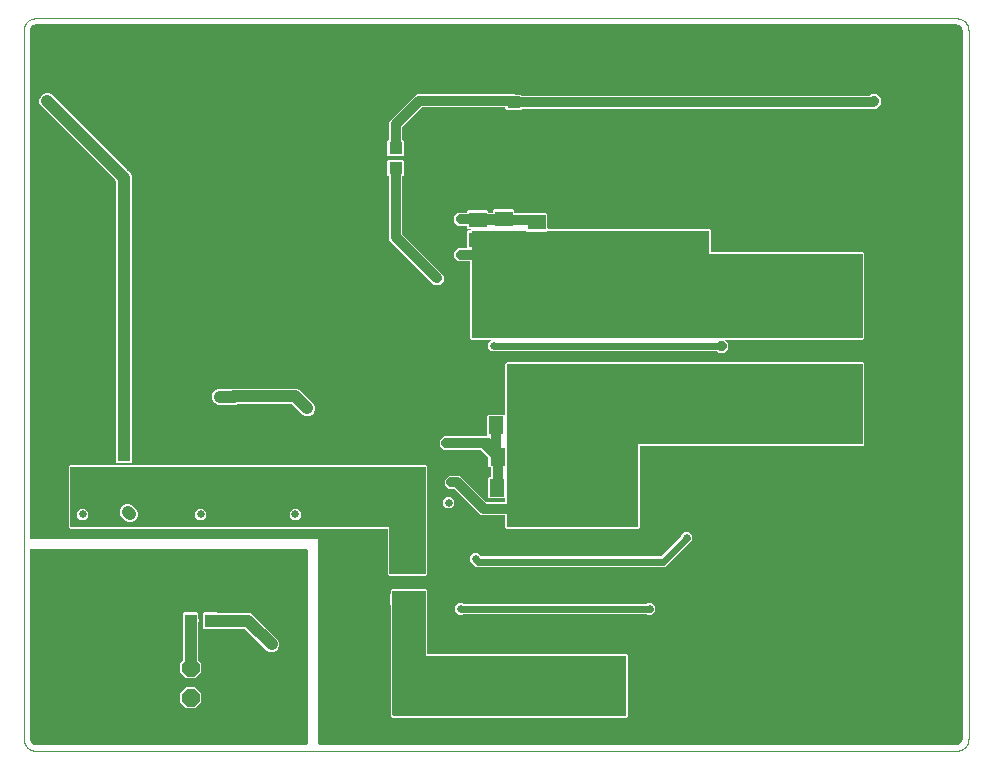
<source format=gbl>
G04 EAGLE Gerber RS-274X export*
G75*
%MOMM*%
%FSLAX34Y34*%
%LPD*%
%INBottom layer*%
%IPPOS*%
%AMOC8*
5,1,8,0,0,1.08239X$1,22.5*%
G01*
%ADD10C,0.000000*%
%ADD11R,1.000000X1.100000*%
%ADD12R,1.300000X1.500000*%
%ADD13P,1.649562X8X202.500000*%
%ADD14R,1.100000X1.000000*%
%ADD15R,1.400000X0.800000*%
%ADD16R,1.900000X0.800000*%
%ADD17C,1.524000*%
%ADD18R,1.500000X1.300000*%
%ADD19C,0.654800*%
%ADD20C,1.016000*%
%ADD21C,0.812800*%
%ADD22C,0.609600*%

G36*
X790016Y5085D02*
X790016Y5085D01*
X790037Y5083D01*
X790923Y5170D01*
X790960Y5182D01*
X791031Y5197D01*
X792667Y5875D01*
X792669Y5876D01*
X792670Y5876D01*
X792676Y5880D01*
X792680Y5881D01*
X792690Y5889D01*
X792791Y5957D01*
X794043Y7209D01*
X794044Y7211D01*
X794045Y7212D01*
X794125Y7333D01*
X794803Y8969D01*
X794809Y9008D01*
X794830Y9077D01*
X794917Y9963D01*
X794915Y9979D01*
X794919Y10000D01*
X794919Y610000D01*
X794915Y610016D01*
X794917Y610037D01*
X794830Y610923D01*
X794818Y610960D01*
X794803Y611031D01*
X794125Y612667D01*
X794124Y612669D01*
X794124Y612670D01*
X794043Y612791D01*
X792791Y614043D01*
X792789Y614044D01*
X792788Y614045D01*
X792667Y614125D01*
X791031Y614803D01*
X790992Y614809D01*
X790923Y614830D01*
X790037Y614917D01*
X790021Y614915D01*
X790000Y614919D01*
X10000Y614919D01*
X9984Y614915D01*
X9963Y614917D01*
X9077Y614830D01*
X9040Y614818D01*
X8969Y614803D01*
X7333Y614125D01*
X7331Y614124D01*
X7330Y614124D01*
X7209Y614043D01*
X5957Y612791D01*
X5956Y612789D01*
X5955Y612788D01*
X5875Y612667D01*
X5197Y611031D01*
X5191Y610992D01*
X5170Y610923D01*
X5083Y610037D01*
X5085Y610021D01*
X5081Y610000D01*
X5081Y180000D01*
X5092Y179950D01*
X5094Y179899D01*
X5112Y179867D01*
X5120Y179831D01*
X5153Y179792D01*
X5177Y179747D01*
X5207Y179726D01*
X5230Y179698D01*
X5277Y179677D01*
X5319Y179647D01*
X5361Y179639D01*
X5389Y179627D01*
X5419Y179628D01*
X5461Y179620D01*
X249620Y179620D01*
X249620Y5461D01*
X249631Y5411D01*
X249633Y5360D01*
X249651Y5328D01*
X249659Y5292D01*
X249692Y5253D01*
X249716Y5208D01*
X249746Y5187D01*
X249769Y5159D01*
X249816Y5138D01*
X249858Y5108D01*
X249900Y5100D01*
X249928Y5088D01*
X249958Y5089D01*
X250000Y5081D01*
X790000Y5081D01*
X790016Y5085D01*
G37*
G36*
X240050Y5092D02*
X240050Y5092D01*
X240101Y5094D01*
X240133Y5112D01*
X240169Y5120D01*
X240208Y5153D01*
X240253Y5177D01*
X240274Y5207D01*
X240302Y5230D01*
X240323Y5277D01*
X240353Y5319D01*
X240361Y5361D01*
X240373Y5389D01*
X240372Y5419D01*
X240380Y5461D01*
X240380Y170000D01*
X240369Y170050D01*
X240367Y170101D01*
X240349Y170133D01*
X240341Y170169D01*
X240308Y170208D01*
X240284Y170253D01*
X240254Y170274D01*
X240231Y170302D01*
X240184Y170323D01*
X240142Y170353D01*
X240100Y170361D01*
X240072Y170373D01*
X240042Y170372D01*
X240000Y170380D01*
X5461Y170380D01*
X5411Y170369D01*
X5360Y170367D01*
X5328Y170349D01*
X5292Y170341D01*
X5253Y170308D01*
X5208Y170284D01*
X5187Y170254D01*
X5159Y170231D01*
X5138Y170184D01*
X5108Y170142D01*
X5100Y170100D01*
X5088Y170072D01*
X5089Y170042D01*
X5081Y170000D01*
X5081Y10000D01*
X5085Y9984D01*
X5083Y9963D01*
X5170Y9077D01*
X5182Y9040D01*
X5197Y8969D01*
X5875Y7333D01*
X5876Y7331D01*
X5876Y7330D01*
X5957Y7209D01*
X7209Y5957D01*
X7211Y5956D01*
X7212Y5955D01*
X7333Y5875D01*
X8969Y5197D01*
X9008Y5191D01*
X9077Y5170D01*
X9963Y5083D01*
X9979Y5085D01*
X10000Y5081D01*
X240000Y5081D01*
X240050Y5092D01*
G37*
%LPC*%
G36*
X588685Y336911D02*
X588685Y336911D01*
X587280Y338316D01*
X587216Y338356D01*
X587154Y338400D01*
X587142Y338402D01*
X587133Y338407D01*
X587096Y338411D01*
X587012Y338427D01*
X400371Y338427D01*
X400297Y338410D01*
X400222Y338397D01*
X400212Y338390D01*
X400202Y338388D01*
X400174Y338364D01*
X400102Y338316D01*
X399988Y338201D01*
X396012Y338201D01*
X393201Y341012D01*
X393201Y344988D01*
X395659Y347445D01*
X395672Y347467D01*
X395692Y347483D01*
X395718Y347540D01*
X395750Y347592D01*
X395753Y347618D01*
X395763Y347642D01*
X395761Y347703D01*
X395767Y347765D01*
X395758Y347789D01*
X395757Y347815D01*
X395727Y347869D01*
X395705Y347927D01*
X395686Y347944D01*
X395674Y347967D01*
X395623Y348002D01*
X395578Y348044D01*
X395553Y348052D01*
X395532Y348067D01*
X395448Y348083D01*
X395412Y348094D01*
X395402Y348092D01*
X395390Y348094D01*
X379211Y348094D01*
X378094Y349211D01*
X378094Y414031D01*
X378083Y414081D01*
X378081Y414132D01*
X378063Y414164D01*
X378055Y414200D01*
X378022Y414239D01*
X377998Y414284D01*
X377968Y414305D01*
X377945Y414333D01*
X377898Y414354D01*
X377856Y414384D01*
X377814Y414392D01*
X377786Y414404D01*
X377756Y414403D01*
X377714Y414411D01*
X367685Y414411D01*
X364411Y417685D01*
X364411Y422315D01*
X367685Y425589D01*
X374925Y425589D01*
X374975Y425600D01*
X375026Y425602D01*
X375058Y425620D01*
X375094Y425628D01*
X375133Y425661D01*
X375178Y425685D01*
X375199Y425715D01*
X375227Y425738D01*
X375248Y425785D01*
X375278Y425827D01*
X375286Y425869D01*
X375298Y425897D01*
X375297Y425927D01*
X375305Y425969D01*
X375305Y439762D01*
X376198Y440655D01*
X377802Y440655D01*
X377876Y440672D01*
X377951Y440685D01*
X377961Y440692D01*
X377971Y440694D01*
X378000Y440718D01*
X378071Y440766D01*
X378261Y440956D01*
X378275Y440978D01*
X378295Y440994D01*
X378320Y441051D01*
X378352Y441103D01*
X378355Y441129D01*
X378365Y441153D01*
X378363Y441214D01*
X378369Y441276D01*
X378360Y441300D01*
X378359Y441326D01*
X378329Y441380D01*
X378307Y441438D01*
X378288Y441455D01*
X378276Y441478D01*
X378226Y441513D01*
X378180Y441555D01*
X378155Y441563D01*
X378134Y441578D01*
X378050Y441594D01*
X378014Y441605D01*
X378004Y441603D01*
X377992Y441605D01*
X376198Y441605D01*
X375305Y442498D01*
X375305Y444031D01*
X375294Y444081D01*
X375292Y444132D01*
X375274Y444164D01*
X375266Y444200D01*
X375233Y444239D01*
X375209Y444284D01*
X375179Y444305D01*
X375156Y444333D01*
X375109Y444354D01*
X375067Y444384D01*
X375025Y444392D01*
X374997Y444404D01*
X374967Y444403D01*
X374925Y444411D01*
X372672Y444411D01*
X372598Y444394D01*
X372524Y444381D01*
X372514Y444374D01*
X372504Y444372D01*
X372475Y444348D01*
X372420Y444311D01*
X367785Y444311D01*
X364411Y447685D01*
X364411Y452315D01*
X367685Y455589D01*
X374925Y455589D01*
X374975Y455600D01*
X375026Y455602D01*
X375058Y455620D01*
X375094Y455628D01*
X375133Y455661D01*
X375178Y455685D01*
X375199Y455715D01*
X375227Y455738D01*
X375248Y455785D01*
X375278Y455827D01*
X375286Y455869D01*
X375298Y455897D01*
X375297Y455927D01*
X375305Y455969D01*
X375305Y456762D01*
X376198Y457655D01*
X392462Y457655D01*
X393355Y456762D01*
X393355Y455969D01*
X393366Y455919D01*
X393368Y455868D01*
X393386Y455836D01*
X393394Y455800D01*
X393427Y455761D01*
X393451Y455716D01*
X393481Y455695D01*
X393504Y455667D01*
X393551Y455646D01*
X393593Y455616D01*
X393635Y455608D01*
X393663Y455596D01*
X393693Y455597D01*
X393735Y455589D01*
X397015Y455589D01*
X397065Y455600D01*
X397116Y455602D01*
X397148Y455620D01*
X397184Y455628D01*
X397223Y455661D01*
X397268Y455685D01*
X397289Y455715D01*
X397317Y455738D01*
X397338Y455785D01*
X397368Y455827D01*
X397376Y455869D01*
X397388Y455897D01*
X397387Y455927D01*
X397395Y455969D01*
X397395Y457542D01*
X398288Y458435D01*
X414552Y458435D01*
X415445Y457542D01*
X415445Y455599D01*
X415456Y455549D01*
X415458Y455498D01*
X415476Y455466D01*
X415484Y455430D01*
X415517Y455391D01*
X415541Y455346D01*
X415571Y455325D01*
X415594Y455297D01*
X415641Y455276D01*
X415683Y455246D01*
X415725Y455238D01*
X415753Y455226D01*
X415783Y455227D01*
X415825Y455219D01*
X426145Y455219D01*
X426219Y455236D01*
X426294Y455249D01*
X426304Y455256D01*
X426314Y455258D01*
X426342Y455282D01*
X426361Y455295D01*
X442642Y455295D01*
X443535Y454402D01*
X443535Y442286D01*
X443546Y442236D01*
X443548Y442185D01*
X443566Y442153D01*
X443574Y442117D01*
X443607Y442078D01*
X443631Y442033D01*
X443661Y442012D01*
X443684Y441984D01*
X443731Y441963D01*
X443773Y441933D01*
X443815Y441925D01*
X443843Y441913D01*
X443873Y441914D01*
X443915Y441906D01*
X580789Y441906D01*
X581906Y440789D01*
X581906Y422286D01*
X581917Y422236D01*
X581919Y422185D01*
X581937Y422153D01*
X581945Y422117D01*
X581978Y422078D01*
X582002Y422033D01*
X582032Y422012D01*
X582055Y421984D01*
X582102Y421963D01*
X582144Y421933D01*
X582186Y421925D01*
X582214Y421913D01*
X582244Y421914D01*
X582286Y421906D01*
X710789Y421906D01*
X711906Y420789D01*
X711906Y349211D01*
X710789Y348094D01*
X594227Y348094D01*
X594202Y348088D01*
X594177Y348091D01*
X594119Y348069D01*
X594059Y348055D01*
X594039Y348038D01*
X594015Y348029D01*
X593973Y347984D01*
X593925Y347945D01*
X593914Y347921D01*
X593897Y347902D01*
X593879Y347843D01*
X593854Y347786D01*
X593855Y347761D01*
X593848Y347736D01*
X593858Y347675D01*
X593861Y347613D01*
X593873Y347591D01*
X593877Y347565D01*
X593926Y347494D01*
X593943Y347461D01*
X593952Y347455D01*
X593959Y347445D01*
X596589Y344815D01*
X596589Y340185D01*
X593315Y336911D01*
X588685Y336911D01*
G37*
%LPD*%
%LPC*%
G36*
X408951Y188094D02*
X408951Y188094D01*
X407834Y189211D01*
X407834Y198941D01*
X407823Y198991D01*
X407821Y199042D01*
X407803Y199074D01*
X407795Y199110D01*
X407762Y199149D01*
X407738Y199194D01*
X407708Y199215D01*
X407685Y199243D01*
X407638Y199264D01*
X407596Y199294D01*
X407554Y199302D01*
X407526Y199314D01*
X407496Y199313D01*
X407454Y199321D01*
X387345Y199321D01*
X365126Y221540D01*
X365062Y221580D01*
X365000Y221624D01*
X364988Y221626D01*
X364979Y221631D01*
X364942Y221635D01*
X364858Y221651D01*
X359925Y221651D01*
X356651Y224925D01*
X356651Y229555D01*
X359925Y232829D01*
X369645Y232829D01*
X391864Y210610D01*
X391928Y210570D01*
X391990Y210526D01*
X392002Y210524D01*
X392011Y210519D01*
X392048Y210515D01*
X392132Y210499D01*
X407454Y210499D01*
X407504Y210510D01*
X407555Y210512D01*
X407587Y210530D01*
X407623Y210538D01*
X407662Y210571D01*
X407707Y210595D01*
X407728Y210625D01*
X407756Y210648D01*
X407777Y210695D01*
X407807Y210737D01*
X407815Y210779D01*
X407827Y210807D01*
X407826Y210837D01*
X407834Y210879D01*
X407834Y213405D01*
X407823Y213455D01*
X407821Y213506D01*
X407803Y213538D01*
X407795Y213574D01*
X407762Y213613D01*
X407738Y213658D01*
X407708Y213679D01*
X407685Y213707D01*
X407638Y213728D01*
X407596Y213758D01*
X407554Y213766D01*
X407526Y213778D01*
X407496Y213777D01*
X407454Y213785D01*
X393958Y213785D01*
X393065Y214678D01*
X393065Y230942D01*
X393958Y231835D01*
X395331Y231835D01*
X395381Y231846D01*
X395432Y231848D01*
X395464Y231866D01*
X395500Y231874D01*
X395539Y231907D01*
X395584Y231931D01*
X395605Y231961D01*
X395633Y231984D01*
X395654Y232031D01*
X395684Y232073D01*
X395692Y232115D01*
X395704Y232143D01*
X395703Y232173D01*
X395711Y232215D01*
X395711Y239385D01*
X395700Y239435D01*
X395698Y239486D01*
X395680Y239518D01*
X395672Y239554D01*
X395639Y239593D01*
X395615Y239638D01*
X395585Y239659D01*
X395562Y239687D01*
X395515Y239708D01*
X395473Y239738D01*
X395431Y239746D01*
X395403Y239758D01*
X395373Y239757D01*
X395331Y239765D01*
X394168Y239765D01*
X393275Y240658D01*
X393275Y248754D01*
X393258Y248828D01*
X393245Y248902D01*
X393238Y248912D01*
X393236Y248922D01*
X393212Y248951D01*
X393164Y249022D01*
X387406Y254780D01*
X387342Y254820D01*
X387280Y254864D01*
X387268Y254866D01*
X387259Y254871D01*
X387222Y254875D01*
X387138Y254891D01*
X355715Y254891D01*
X352441Y258165D01*
X352441Y262795D01*
X355715Y266069D01*
X392637Y266069D01*
X392662Y266075D01*
X392688Y266072D01*
X392746Y266094D01*
X392806Y266108D01*
X392826Y266125D01*
X392850Y266134D01*
X392892Y266179D01*
X392939Y266218D01*
X392950Y266242D01*
X392967Y266261D01*
X392985Y266320D01*
X393010Y266377D01*
X393009Y266402D01*
X393017Y266427D01*
X393006Y266488D01*
X393004Y266550D01*
X392991Y266572D01*
X392987Y266598D01*
X392939Y266669D01*
X392921Y266702D01*
X392913Y266708D01*
X392906Y266718D01*
X392295Y267328D01*
X392295Y283592D01*
X393188Y284485D01*
X407454Y284485D01*
X407504Y284496D01*
X407555Y284498D01*
X407587Y284516D01*
X407623Y284524D01*
X407662Y284557D01*
X407707Y284581D01*
X407728Y284611D01*
X407756Y284634D01*
X407777Y284681D01*
X407807Y284723D01*
X407815Y284765D01*
X407827Y284793D01*
X407826Y284823D01*
X407834Y284865D01*
X407834Y327549D01*
X408951Y328666D01*
X710789Y328666D01*
X711906Y327549D01*
X711906Y259211D01*
X710789Y258094D01*
X522286Y258094D01*
X522236Y258083D01*
X522185Y258081D01*
X522153Y258063D01*
X522117Y258055D01*
X522078Y258022D01*
X522033Y257998D01*
X522012Y257968D01*
X521984Y257945D01*
X521963Y257898D01*
X521933Y257856D01*
X521925Y257814D01*
X521913Y257786D01*
X521914Y257756D01*
X521906Y257714D01*
X521906Y189211D01*
X520789Y188094D01*
X408951Y188094D01*
G37*
%LPD*%
G36*
X520050Y189631D02*
X520050Y189631D01*
X520101Y189633D01*
X520133Y189651D01*
X520169Y189659D01*
X520208Y189692D01*
X520253Y189716D01*
X520274Y189746D01*
X520302Y189769D01*
X520323Y189816D01*
X520353Y189858D01*
X520361Y189900D01*
X520373Y189928D01*
X520372Y189958D01*
X520380Y190000D01*
X520380Y259620D01*
X710000Y259620D01*
X710050Y259631D01*
X710101Y259633D01*
X710133Y259651D01*
X710169Y259659D01*
X710208Y259692D01*
X710253Y259716D01*
X710274Y259746D01*
X710302Y259769D01*
X710323Y259816D01*
X710353Y259858D01*
X710361Y259900D01*
X710373Y259928D01*
X710372Y259958D01*
X710380Y260000D01*
X710380Y326760D01*
X710369Y326810D01*
X710367Y326861D01*
X710349Y326893D01*
X710341Y326929D01*
X710308Y326968D01*
X710284Y327013D01*
X710254Y327034D01*
X710231Y327062D01*
X710184Y327083D01*
X710142Y327113D01*
X710100Y327121D01*
X710072Y327133D01*
X710042Y327132D01*
X710000Y327140D01*
X409740Y327140D01*
X409690Y327129D01*
X409639Y327127D01*
X409607Y327109D01*
X409571Y327101D01*
X409532Y327068D01*
X409487Y327044D01*
X409466Y327014D01*
X409438Y326991D01*
X409417Y326944D01*
X409387Y326902D01*
X409379Y326860D01*
X409367Y326832D01*
X409368Y326802D01*
X409360Y326760D01*
X409360Y190000D01*
X409371Y189950D01*
X409373Y189899D01*
X409391Y189867D01*
X409399Y189831D01*
X409432Y189792D01*
X409456Y189747D01*
X409486Y189726D01*
X409509Y189698D01*
X409556Y189677D01*
X409598Y189647D01*
X409640Y189639D01*
X409668Y189627D01*
X409698Y189628D01*
X409740Y189620D01*
X520000Y189620D01*
X520050Y189631D01*
G37*
G36*
X710050Y349631D02*
X710050Y349631D01*
X710101Y349633D01*
X710133Y349651D01*
X710169Y349659D01*
X710208Y349692D01*
X710253Y349716D01*
X710274Y349746D01*
X710302Y349769D01*
X710323Y349816D01*
X710353Y349858D01*
X710361Y349900D01*
X710373Y349928D01*
X710372Y349958D01*
X710380Y350000D01*
X710380Y420000D01*
X710369Y420050D01*
X710367Y420101D01*
X710349Y420133D01*
X710341Y420169D01*
X710308Y420208D01*
X710284Y420253D01*
X710254Y420274D01*
X710231Y420302D01*
X710184Y420323D01*
X710142Y420353D01*
X710100Y420361D01*
X710072Y420373D01*
X710042Y420372D01*
X710000Y420380D01*
X580380Y420380D01*
X580380Y440000D01*
X580369Y440050D01*
X580367Y440101D01*
X580349Y440133D01*
X580341Y440169D01*
X580308Y440208D01*
X580284Y440253D01*
X580254Y440274D01*
X580231Y440302D01*
X580184Y440323D01*
X580142Y440353D01*
X580100Y440361D01*
X580072Y440373D01*
X580042Y440372D01*
X580000Y440380D01*
X443915Y440380D01*
X443865Y440369D01*
X443814Y440367D01*
X443782Y440349D01*
X443746Y440341D01*
X443707Y440308D01*
X443662Y440284D01*
X443641Y440254D01*
X443613Y440231D01*
X443601Y440205D01*
X442642Y439245D01*
X426378Y439245D01*
X425411Y440213D01*
X425389Y440253D01*
X425359Y440274D01*
X425336Y440302D01*
X425289Y440323D01*
X425247Y440353D01*
X425205Y440361D01*
X425177Y440373D01*
X425147Y440372D01*
X425105Y440380D01*
X380000Y440380D01*
X379950Y440369D01*
X379899Y440367D01*
X379867Y440349D01*
X379831Y440341D01*
X379792Y440308D01*
X379747Y440284D01*
X379726Y440254D01*
X379698Y440231D01*
X379677Y440184D01*
X379647Y440142D01*
X379639Y440100D01*
X379627Y440072D01*
X379628Y440042D01*
X379620Y440000D01*
X379620Y350000D01*
X379631Y349950D01*
X379633Y349899D01*
X379651Y349867D01*
X379659Y349831D01*
X379692Y349792D01*
X379716Y349747D01*
X379746Y349726D01*
X379769Y349698D01*
X379816Y349677D01*
X379858Y349647D01*
X379900Y349639D01*
X379928Y349627D01*
X379958Y349628D01*
X380000Y349620D01*
X710000Y349620D01*
X710050Y349631D01*
G37*
%LPC*%
G36*
X309211Y148094D02*
X309211Y148094D01*
X308094Y149211D01*
X308094Y187714D01*
X308083Y187764D01*
X308081Y187815D01*
X308063Y187847D01*
X308055Y187883D01*
X308022Y187922D01*
X307998Y187967D01*
X307968Y187988D01*
X307945Y188016D01*
X307898Y188037D01*
X307856Y188067D01*
X307814Y188075D01*
X307786Y188087D01*
X307756Y188086D01*
X307714Y188094D01*
X39211Y188094D01*
X38094Y189211D01*
X38094Y240789D01*
X39211Y241906D01*
X340789Y241906D01*
X341906Y240789D01*
X341906Y149211D01*
X340789Y148094D01*
X309211Y148094D01*
G37*
%LPD*%
G36*
X340050Y149631D02*
X340050Y149631D01*
X340101Y149633D01*
X340133Y149651D01*
X340169Y149659D01*
X340208Y149692D01*
X340253Y149716D01*
X340274Y149746D01*
X340302Y149769D01*
X340323Y149816D01*
X340353Y149858D01*
X340361Y149900D01*
X340373Y149928D01*
X340372Y149958D01*
X340380Y150000D01*
X340380Y240000D01*
X340369Y240050D01*
X340367Y240101D01*
X340349Y240133D01*
X340341Y240169D01*
X340308Y240208D01*
X340284Y240253D01*
X340254Y240274D01*
X340231Y240302D01*
X340184Y240323D01*
X340142Y240353D01*
X340100Y240361D01*
X340072Y240373D01*
X340042Y240372D01*
X340000Y240380D01*
X40000Y240380D01*
X39950Y240369D01*
X39899Y240367D01*
X39867Y240349D01*
X39831Y240341D01*
X39792Y240308D01*
X39747Y240284D01*
X39726Y240254D01*
X39698Y240231D01*
X39677Y240184D01*
X39647Y240142D01*
X39639Y240100D01*
X39627Y240072D01*
X39628Y240042D01*
X39620Y240000D01*
X39620Y190000D01*
X39631Y189950D01*
X39633Y189899D01*
X39651Y189867D01*
X39659Y189831D01*
X39692Y189792D01*
X39716Y189747D01*
X39746Y189726D01*
X39769Y189698D01*
X39816Y189677D01*
X39858Y189647D01*
X39900Y189639D01*
X39928Y189627D01*
X39958Y189628D01*
X40000Y189620D01*
X309620Y189620D01*
X309620Y150000D01*
X309631Y149950D01*
X309633Y149899D01*
X309651Y149867D01*
X309659Y149831D01*
X309692Y149792D01*
X309716Y149747D01*
X309746Y149726D01*
X309769Y149698D01*
X309816Y149677D01*
X309858Y149647D01*
X309900Y149639D01*
X309928Y149627D01*
X309958Y149628D01*
X310000Y149620D01*
X340000Y149620D01*
X340050Y149631D01*
G37*
%LPC*%
G36*
X311901Y28094D02*
X311901Y28094D01*
X310784Y29211D01*
X310784Y122912D01*
X310767Y122986D01*
X310754Y123061D01*
X310747Y123071D01*
X310745Y123081D01*
X310721Y123109D01*
X310673Y123181D01*
X310325Y123528D01*
X310325Y132792D01*
X310673Y133139D01*
X310713Y133204D01*
X310757Y133266D01*
X310759Y133278D01*
X310764Y133286D01*
X310768Y133323D01*
X310784Y133408D01*
X310784Y135829D01*
X311901Y136946D01*
X340789Y136946D01*
X341906Y135829D01*
X341906Y82286D01*
X341917Y82236D01*
X341919Y82185D01*
X341937Y82153D01*
X341945Y82117D01*
X341978Y82078D01*
X342002Y82033D01*
X342032Y82012D01*
X342055Y81984D01*
X342102Y81963D01*
X342144Y81933D01*
X342186Y81925D01*
X342214Y81913D01*
X342244Y81914D01*
X342286Y81906D01*
X510789Y81906D01*
X511906Y80789D01*
X511906Y29211D01*
X510789Y28094D01*
X311901Y28094D01*
G37*
%LPD*%
G36*
X510050Y29631D02*
X510050Y29631D01*
X510101Y29633D01*
X510133Y29651D01*
X510169Y29659D01*
X510208Y29692D01*
X510253Y29716D01*
X510274Y29746D01*
X510302Y29769D01*
X510323Y29816D01*
X510353Y29858D01*
X510361Y29900D01*
X510373Y29928D01*
X510372Y29958D01*
X510380Y30000D01*
X510380Y80000D01*
X510369Y80050D01*
X510367Y80101D01*
X510349Y80133D01*
X510341Y80169D01*
X510308Y80208D01*
X510284Y80253D01*
X510254Y80274D01*
X510231Y80302D01*
X510184Y80323D01*
X510142Y80353D01*
X510100Y80361D01*
X510072Y80373D01*
X510042Y80372D01*
X510000Y80380D01*
X340380Y80380D01*
X340380Y135040D01*
X340369Y135090D01*
X340367Y135141D01*
X340349Y135173D01*
X340341Y135209D01*
X340308Y135248D01*
X340284Y135293D01*
X340254Y135314D01*
X340231Y135342D01*
X340184Y135363D01*
X340142Y135393D01*
X340100Y135401D01*
X340072Y135413D01*
X340042Y135412D01*
X340000Y135420D01*
X312690Y135420D01*
X312640Y135409D01*
X312589Y135407D01*
X312557Y135389D01*
X312521Y135381D01*
X312482Y135348D01*
X312437Y135324D01*
X312416Y135294D01*
X312388Y135271D01*
X312367Y135224D01*
X312337Y135182D01*
X312329Y135140D01*
X312317Y135112D01*
X312318Y135082D01*
X312310Y135040D01*
X312310Y30000D01*
X312321Y29950D01*
X312323Y29899D01*
X312341Y29867D01*
X312349Y29831D01*
X312382Y29792D01*
X312406Y29747D01*
X312436Y29726D01*
X312459Y29698D01*
X312506Y29677D01*
X312548Y29647D01*
X312590Y29639D01*
X312618Y29627D01*
X312648Y29628D01*
X312690Y29620D01*
X510000Y29620D01*
X510050Y29631D01*
G37*
%LPC*%
G36*
X308868Y503675D02*
X308868Y503675D01*
X307975Y504568D01*
X307975Y515832D01*
X308868Y516725D01*
X309031Y516725D01*
X309081Y516736D01*
X309132Y516738D01*
X309164Y516756D01*
X309200Y516764D01*
X309239Y516797D01*
X309284Y516821D01*
X309305Y516851D01*
X309333Y516874D01*
X309354Y516921D01*
X309384Y516963D01*
X309392Y517005D01*
X309404Y517033D01*
X309403Y517063D01*
X309411Y517105D01*
X309411Y532515D01*
X332685Y555789D01*
X416115Y555789D01*
X416268Y555636D01*
X416332Y555596D01*
X416394Y555552D01*
X416406Y555550D01*
X416415Y555545D01*
X416452Y555541D01*
X416536Y555525D01*
X421132Y555525D01*
X421956Y554700D01*
X422021Y554660D01*
X422083Y554616D01*
X422095Y554614D01*
X422103Y554609D01*
X422140Y554605D01*
X422225Y554589D01*
X716528Y554589D01*
X716602Y554606D01*
X716676Y554619D01*
X716686Y554626D01*
X716696Y554628D01*
X716725Y554652D01*
X716796Y554700D01*
X717685Y555589D01*
X722315Y555589D01*
X725589Y552315D01*
X725589Y547685D01*
X721315Y543411D01*
X422225Y543411D01*
X422151Y543394D01*
X422076Y543381D01*
X422066Y543374D01*
X422056Y543372D01*
X422028Y543348D01*
X421956Y543300D01*
X421132Y542475D01*
X408868Y542475D01*
X407975Y543368D01*
X407975Y544231D01*
X407964Y544281D01*
X407962Y544332D01*
X407944Y544364D01*
X407936Y544400D01*
X407903Y544439D01*
X407879Y544484D01*
X407849Y544505D01*
X407826Y544533D01*
X407779Y544554D01*
X407737Y544584D01*
X407695Y544592D01*
X407667Y544604D01*
X407637Y544603D01*
X407595Y544611D01*
X337472Y544611D01*
X337398Y544594D01*
X337324Y544581D01*
X337314Y544574D01*
X337304Y544572D01*
X337275Y544548D01*
X337204Y544500D01*
X320700Y527996D01*
X320660Y527932D01*
X320616Y527870D01*
X320614Y527858D01*
X320609Y527849D01*
X320605Y527812D01*
X320589Y527728D01*
X320589Y517105D01*
X320600Y517055D01*
X320602Y517004D01*
X320620Y516972D01*
X320628Y516936D01*
X320661Y516897D01*
X320685Y516852D01*
X320715Y516831D01*
X320738Y516803D01*
X320785Y516782D01*
X320827Y516752D01*
X320869Y516744D01*
X320897Y516732D01*
X320927Y516733D01*
X320969Y516725D01*
X321132Y516725D01*
X322025Y515832D01*
X322025Y504568D01*
X321132Y503675D01*
X308868Y503675D01*
G37*
%LPD*%
%LPC*%
G36*
X83686Y243395D02*
X83686Y243395D01*
X83563Y243446D01*
X83561Y243447D01*
X83560Y243448D01*
X83417Y243475D01*
X78868Y243475D01*
X77975Y244368D01*
X77975Y255632D01*
X78284Y255940D01*
X78324Y256005D01*
X78368Y256067D01*
X78370Y256079D01*
X78375Y256087D01*
X78379Y256124D01*
X78395Y256209D01*
X78395Y482107D01*
X78378Y482181D01*
X78365Y482256D01*
X78358Y482266D01*
X78356Y482275D01*
X78332Y482304D01*
X78284Y482376D01*
X14401Y546259D01*
X13395Y548686D01*
X13395Y551314D01*
X14401Y553741D01*
X16259Y555599D01*
X18686Y556605D01*
X21314Y556605D01*
X23741Y555599D01*
X88688Y490653D01*
X90599Y488741D01*
X91605Y486314D01*
X91605Y256209D01*
X91622Y256135D01*
X91635Y256060D01*
X91642Y256050D01*
X91644Y256040D01*
X91668Y256012D01*
X91716Y255940D01*
X92025Y255632D01*
X92025Y244368D01*
X91132Y243475D01*
X86583Y243475D01*
X86581Y243475D01*
X86579Y243475D01*
X86437Y243446D01*
X86314Y243395D01*
X83686Y243395D01*
G37*
%LPD*%
%LPC*%
G36*
X382996Y155427D02*
X382996Y155427D01*
X381113Y157310D01*
X381049Y157350D01*
X380987Y157394D01*
X380975Y157396D01*
X380966Y157401D01*
X380929Y157405D01*
X380844Y157421D01*
X380682Y157421D01*
X377871Y160232D01*
X377871Y164208D01*
X380682Y167019D01*
X384658Y167019D01*
X386992Y164684D01*
X387057Y164644D01*
X387119Y164600D01*
X387131Y164598D01*
X387140Y164593D01*
X387177Y164589D01*
X387261Y164573D01*
X539448Y164573D01*
X539522Y164590D01*
X539597Y164603D01*
X539607Y164610D01*
X539617Y164612D01*
X539646Y164636D01*
X539717Y164684D01*
X556590Y181557D01*
X556630Y181621D01*
X556674Y181683D01*
X556676Y181695D01*
X556681Y181704D01*
X556685Y181741D01*
X556701Y181826D01*
X556701Y181988D01*
X559512Y184799D01*
X563488Y184799D01*
X566299Y181988D01*
X566299Y178012D01*
X563488Y175201D01*
X563326Y175201D01*
X563252Y175184D01*
X563177Y175171D01*
X563167Y175164D01*
X563157Y175162D01*
X563128Y175138D01*
X563057Y175090D01*
X543394Y155427D01*
X382996Y155427D01*
G37*
%LPD*%
%LPC*%
G36*
X368012Y115201D02*
X368012Y115201D01*
X365201Y118012D01*
X365201Y121988D01*
X368012Y124799D01*
X371988Y124799D01*
X372102Y124684D01*
X372167Y124644D01*
X372229Y124600D01*
X372241Y124598D01*
X372250Y124593D01*
X372287Y124589D01*
X372371Y124573D01*
X527629Y124573D01*
X527703Y124590D01*
X527778Y124603D01*
X527788Y124610D01*
X527798Y124612D01*
X527826Y124636D01*
X527898Y124684D01*
X528012Y124799D01*
X531988Y124799D01*
X534799Y121988D01*
X534799Y118012D01*
X531988Y115201D01*
X528012Y115201D01*
X527898Y115316D01*
X527833Y115356D01*
X527771Y115400D01*
X527759Y115402D01*
X527750Y115407D01*
X527713Y115411D01*
X527629Y115427D01*
X372371Y115427D01*
X372297Y115410D01*
X372222Y115397D01*
X372212Y115390D01*
X372202Y115388D01*
X372174Y115364D01*
X372102Y115316D01*
X371988Y115201D01*
X368012Y115201D01*
G37*
%LPD*%
%LPC*%
G36*
X347685Y394411D02*
X347685Y394411D01*
X309411Y432685D01*
X309411Y486295D01*
X309400Y486345D01*
X309398Y486396D01*
X309380Y486428D01*
X309372Y486464D01*
X309339Y486503D01*
X309315Y486548D01*
X309285Y486569D01*
X309262Y486597D01*
X309215Y486618D01*
X309173Y486648D01*
X309131Y486656D01*
X309103Y486668D01*
X309073Y486667D01*
X309031Y486675D01*
X308868Y486675D01*
X307975Y487568D01*
X307975Y498832D01*
X308868Y499725D01*
X321132Y499725D01*
X322025Y498832D01*
X322025Y487568D01*
X321132Y486675D01*
X320969Y486675D01*
X320919Y486664D01*
X320868Y486662D01*
X320836Y486644D01*
X320800Y486636D01*
X320761Y486603D01*
X320716Y486579D01*
X320695Y486549D01*
X320667Y486526D01*
X320646Y486479D01*
X320616Y486437D01*
X320608Y486395D01*
X320596Y486367D01*
X320597Y486337D01*
X320589Y486295D01*
X320589Y437472D01*
X320606Y437398D01*
X320619Y437324D01*
X320626Y437314D01*
X320628Y437304D01*
X320652Y437275D01*
X320700Y437204D01*
X355589Y402315D01*
X355589Y397685D01*
X352315Y394411D01*
X347685Y394411D01*
G37*
%LPD*%
%LPC*%
G36*
X238686Y283395D02*
X238686Y283395D01*
X236259Y284401D01*
X227376Y293284D01*
X227311Y293324D01*
X227249Y293368D01*
X227237Y293370D01*
X227228Y293375D01*
X227191Y293379D01*
X227107Y293395D01*
X180394Y293395D01*
X180393Y293395D01*
X180391Y293395D01*
X180249Y293366D01*
X179474Y293045D01*
X164606Y293045D01*
X162179Y294051D01*
X160321Y295909D01*
X159315Y298336D01*
X159315Y300964D01*
X160321Y303391D01*
X162179Y305249D01*
X164606Y306255D01*
X176276Y306255D01*
X176277Y306255D01*
X176279Y306255D01*
X176421Y306284D01*
X177196Y306605D01*
X231314Y306605D01*
X233741Y305599D01*
X245599Y293741D01*
X246605Y291314D01*
X246605Y288686D01*
X245599Y286259D01*
X243741Y284401D01*
X241314Y283395D01*
X238686Y283395D01*
G37*
%LPD*%
%LPC*%
G36*
X208686Y83395D02*
X208686Y83395D01*
X206259Y84401D01*
X187376Y103284D01*
X187311Y103324D01*
X187249Y103368D01*
X187237Y103370D01*
X187228Y103375D01*
X187191Y103379D01*
X187107Y103395D01*
X164709Y103395D01*
X164635Y103378D01*
X164560Y103365D01*
X164550Y103358D01*
X164540Y103356D01*
X164512Y103332D01*
X164440Y103284D01*
X164132Y102975D01*
X152868Y102975D01*
X151975Y103868D01*
X151975Y108417D01*
X151975Y108419D01*
X151975Y108421D01*
X151946Y108563D01*
X151895Y108686D01*
X151895Y111314D01*
X151946Y111437D01*
X151947Y111439D01*
X151948Y111440D01*
X151955Y111478D01*
X151955Y111479D01*
X151975Y111583D01*
X151975Y116132D01*
X152868Y117025D01*
X164132Y117025D01*
X164440Y116716D01*
X164505Y116676D01*
X164567Y116632D01*
X164579Y116630D01*
X164587Y116625D01*
X164624Y116621D01*
X164709Y116605D01*
X191314Y116605D01*
X193741Y115599D01*
X215599Y93741D01*
X216605Y91314D01*
X216605Y88686D01*
X215599Y86259D01*
X213741Y84401D01*
X211314Y83395D01*
X208686Y83395D01*
G37*
%LPD*%
%LPC*%
G36*
X137512Y61225D02*
X137512Y61225D01*
X132155Y66582D01*
X132155Y74158D01*
X134584Y76586D01*
X134624Y76651D01*
X134668Y76713D01*
X134670Y76725D01*
X134675Y76734D01*
X134679Y76771D01*
X134695Y76855D01*
X134695Y111114D01*
X134946Y111720D01*
X134947Y111722D01*
X134948Y111723D01*
X134975Y111865D01*
X134975Y116132D01*
X135868Y117025D01*
X147132Y117025D01*
X148025Y116132D01*
X148025Y111583D01*
X148025Y111581D01*
X148025Y111579D01*
X148054Y111437D01*
X148105Y111314D01*
X148105Y108686D01*
X148054Y108563D01*
X148053Y108561D01*
X148052Y108560D01*
X148025Y108417D01*
X148025Y103868D01*
X148016Y103860D01*
X147976Y103795D01*
X147932Y103733D01*
X147930Y103721D01*
X147925Y103713D01*
X147921Y103676D01*
X147916Y103646D01*
X147912Y103638D01*
X147912Y103629D01*
X147905Y103591D01*
X147905Y76855D01*
X147922Y76781D01*
X147935Y76707D01*
X147942Y76696D01*
X147944Y76687D01*
X147968Y76658D01*
X148016Y76586D01*
X150445Y74158D01*
X150445Y66582D01*
X145088Y61225D01*
X137512Y61225D01*
G37*
%LPD*%
%LPC*%
G36*
X137512Y35825D02*
X137512Y35825D01*
X132155Y41182D01*
X132155Y48758D01*
X137512Y54115D01*
X145088Y54115D01*
X150445Y48758D01*
X150445Y41182D01*
X145088Y35825D01*
X137512Y35825D01*
G37*
%LPD*%
%LPC*%
G36*
X88686Y193395D02*
X88686Y193395D01*
X86259Y194401D01*
X82401Y198259D01*
X81395Y200686D01*
X81395Y203314D01*
X82401Y205741D01*
X84259Y207599D01*
X86686Y208605D01*
X89314Y208605D01*
X91741Y207599D01*
X95599Y203741D01*
X96605Y201314D01*
X96605Y198686D01*
X95599Y196259D01*
X93741Y194401D01*
X91314Y193395D01*
X88686Y193395D01*
G37*
%LPD*%
%LPC*%
G36*
X358012Y205201D02*
X358012Y205201D01*
X355201Y208012D01*
X355201Y211988D01*
X358012Y214799D01*
X361988Y214799D01*
X364799Y211988D01*
X364799Y208012D01*
X361988Y205201D01*
X358012Y205201D01*
G37*
%LPD*%
%LPC*%
G36*
X48012Y195201D02*
X48012Y195201D01*
X45201Y198012D01*
X45201Y201988D01*
X48012Y204799D01*
X51988Y204799D01*
X54799Y201988D01*
X54799Y198012D01*
X51988Y195201D01*
X48012Y195201D01*
G37*
%LPD*%
%LPC*%
G36*
X148012Y195201D02*
X148012Y195201D01*
X145201Y198012D01*
X145201Y201988D01*
X148012Y204799D01*
X151988Y204799D01*
X154799Y201988D01*
X154799Y198012D01*
X151988Y195201D01*
X148012Y195201D01*
G37*
%LPD*%
%LPC*%
G36*
X228012Y195201D02*
X228012Y195201D01*
X225201Y198012D01*
X225201Y201988D01*
X228012Y204799D01*
X231988Y204799D01*
X234799Y201988D01*
X234799Y198012D01*
X231988Y195201D01*
X228012Y195201D01*
G37*
%LPD*%
D10*
X10000Y0D02*
X790000Y0D01*
X790242Y3D01*
X790483Y12D01*
X790724Y26D01*
X790965Y47D01*
X791205Y73D01*
X791445Y105D01*
X791684Y143D01*
X791921Y186D01*
X792158Y236D01*
X792393Y291D01*
X792627Y351D01*
X792859Y418D01*
X793090Y489D01*
X793319Y567D01*
X793546Y650D01*
X793771Y738D01*
X793994Y832D01*
X794214Y931D01*
X794432Y1036D01*
X794647Y1145D01*
X794860Y1260D01*
X795070Y1380D01*
X795276Y1505D01*
X795480Y1635D01*
X795681Y1770D01*
X795878Y1910D01*
X796072Y2054D01*
X796262Y2203D01*
X796448Y2357D01*
X796631Y2515D01*
X796810Y2677D01*
X796985Y2844D01*
X797156Y3015D01*
X797323Y3190D01*
X797485Y3369D01*
X797643Y3552D01*
X797797Y3738D01*
X797946Y3928D01*
X798090Y4122D01*
X798230Y4319D01*
X798365Y4520D01*
X798495Y4724D01*
X798620Y4930D01*
X798740Y5140D01*
X798855Y5353D01*
X798964Y5568D01*
X799069Y5786D01*
X799168Y6006D01*
X799262Y6229D01*
X799350Y6454D01*
X799433Y6681D01*
X799511Y6910D01*
X799582Y7141D01*
X799649Y7373D01*
X799709Y7607D01*
X799764Y7842D01*
X799814Y8079D01*
X799857Y8316D01*
X799895Y8555D01*
X799927Y8795D01*
X799953Y9035D01*
X799974Y9276D01*
X799988Y9517D01*
X799997Y9758D01*
X800000Y10000D01*
X800000Y610000D01*
X799997Y610242D01*
X799988Y610483D01*
X799974Y610724D01*
X799953Y610965D01*
X799927Y611205D01*
X799895Y611445D01*
X799857Y611684D01*
X799814Y611921D01*
X799764Y612158D01*
X799709Y612393D01*
X799649Y612627D01*
X799582Y612859D01*
X799511Y613090D01*
X799433Y613319D01*
X799350Y613546D01*
X799262Y613771D01*
X799168Y613994D01*
X799069Y614214D01*
X798964Y614432D01*
X798855Y614647D01*
X798740Y614860D01*
X798620Y615070D01*
X798495Y615276D01*
X798365Y615480D01*
X798230Y615681D01*
X798090Y615878D01*
X797946Y616072D01*
X797797Y616262D01*
X797643Y616448D01*
X797485Y616631D01*
X797323Y616810D01*
X797156Y616985D01*
X796985Y617156D01*
X796810Y617323D01*
X796631Y617485D01*
X796448Y617643D01*
X796262Y617797D01*
X796072Y617946D01*
X795878Y618090D01*
X795681Y618230D01*
X795480Y618365D01*
X795276Y618495D01*
X795070Y618620D01*
X794860Y618740D01*
X794647Y618855D01*
X794432Y618964D01*
X794214Y619069D01*
X793994Y619168D01*
X793771Y619262D01*
X793546Y619350D01*
X793319Y619433D01*
X793090Y619511D01*
X792859Y619582D01*
X792627Y619649D01*
X792393Y619709D01*
X792158Y619764D01*
X791921Y619814D01*
X791684Y619857D01*
X791445Y619895D01*
X791205Y619927D01*
X790965Y619953D01*
X790724Y619974D01*
X790483Y619988D01*
X790242Y619997D01*
X790000Y620000D01*
X10000Y620000D01*
X9758Y619997D01*
X9517Y619988D01*
X9276Y619974D01*
X9035Y619953D01*
X8795Y619927D01*
X8555Y619895D01*
X8316Y619857D01*
X8079Y619814D01*
X7842Y619764D01*
X7607Y619709D01*
X7373Y619649D01*
X7141Y619582D01*
X6910Y619511D01*
X6681Y619433D01*
X6454Y619350D01*
X6229Y619262D01*
X6006Y619168D01*
X5786Y619069D01*
X5568Y618964D01*
X5353Y618855D01*
X5140Y618740D01*
X4930Y618620D01*
X4724Y618495D01*
X4520Y618365D01*
X4319Y618230D01*
X4122Y618090D01*
X3928Y617946D01*
X3738Y617797D01*
X3552Y617643D01*
X3369Y617485D01*
X3190Y617323D01*
X3015Y617156D01*
X2844Y616985D01*
X2677Y616810D01*
X2515Y616631D01*
X2357Y616448D01*
X2203Y616262D01*
X2054Y616072D01*
X1910Y615878D01*
X1770Y615681D01*
X1635Y615480D01*
X1505Y615276D01*
X1380Y615070D01*
X1260Y614860D01*
X1145Y614647D01*
X1036Y614432D01*
X931Y614214D01*
X832Y613994D01*
X738Y613771D01*
X650Y613546D01*
X567Y613319D01*
X489Y613090D01*
X418Y612859D01*
X351Y612627D01*
X291Y612393D01*
X236Y612158D01*
X186Y611921D01*
X143Y611684D01*
X105Y611445D01*
X73Y611205D01*
X47Y610965D01*
X26Y610724D01*
X12Y610483D01*
X3Y610242D01*
X0Y610000D01*
X0Y10000D01*
X3Y9758D01*
X12Y9517D01*
X26Y9276D01*
X47Y9035D01*
X73Y8795D01*
X105Y8555D01*
X143Y8316D01*
X186Y8079D01*
X236Y7842D01*
X291Y7607D01*
X351Y7373D01*
X418Y7141D01*
X489Y6910D01*
X567Y6681D01*
X650Y6454D01*
X738Y6229D01*
X832Y6006D01*
X931Y5786D01*
X1036Y5568D01*
X1145Y5353D01*
X1260Y5140D01*
X1380Y4930D01*
X1505Y4724D01*
X1635Y4520D01*
X1770Y4319D01*
X1910Y4122D01*
X2054Y3928D01*
X2203Y3738D01*
X2357Y3552D01*
X2515Y3369D01*
X2677Y3190D01*
X2844Y3015D01*
X3015Y2844D01*
X3190Y2677D01*
X3369Y2515D01*
X3552Y2357D01*
X3738Y2203D01*
X3928Y2054D01*
X4122Y1910D01*
X4319Y1770D01*
X4520Y1635D01*
X4724Y1505D01*
X4930Y1380D01*
X5140Y1260D01*
X5353Y1145D01*
X5568Y1036D01*
X5786Y931D01*
X6006Y832D01*
X6229Y738D01*
X6454Y650D01*
X6681Y567D01*
X6910Y489D01*
X7141Y418D01*
X7373Y351D01*
X7607Y291D01*
X7842Y236D01*
X8079Y186D01*
X8316Y143D01*
X8555Y105D01*
X8795Y73D01*
X9035Y47D01*
X9276Y26D01*
X9517Y12D01*
X9758Y3D01*
X10000Y0D01*
D11*
X284060Y180390D03*
X284060Y197390D03*
D12*
X322700Y101500D03*
X303700Y101500D03*
D13*
X217500Y44970D03*
X192100Y44970D03*
X166700Y44970D03*
X141300Y44970D03*
X217500Y70370D03*
X192100Y70370D03*
X166700Y70370D03*
X141300Y70370D03*
X648850Y44810D03*
X623450Y44810D03*
X598050Y44810D03*
X572650Y44810D03*
X547250Y44810D03*
X521850Y44810D03*
X496450Y44810D03*
X471050Y44810D03*
X445650Y44810D03*
X420250Y44810D03*
X394850Y44810D03*
X369450Y44810D03*
X344050Y44810D03*
X648850Y70210D03*
X623450Y70210D03*
X598050Y70210D03*
X572650Y70210D03*
X547250Y70210D03*
X521850Y70210D03*
X496450Y70210D03*
X471050Y70210D03*
X445650Y70210D03*
X420250Y70210D03*
X394850Y70210D03*
X369450Y70210D03*
X344050Y70210D03*
D14*
X415000Y566000D03*
X415000Y549000D03*
X315000Y493200D03*
X315000Y510200D03*
X85000Y250000D03*
X85000Y233000D03*
D15*
X318850Y158640D03*
X318850Y128160D03*
D16*
X316310Y143400D03*
D17*
X277230Y140860D02*
X277230Y145940D01*
X298490Y145940D01*
X298490Y140860D01*
X277230Y140860D01*
D11*
X141500Y110000D03*
X158500Y110000D03*
D18*
X384330Y449630D03*
X384330Y432630D03*
X406420Y450410D03*
X406420Y433410D03*
X434510Y447270D03*
X434510Y430270D03*
D12*
X401090Y222810D03*
X418090Y222810D03*
X401300Y248790D03*
X418300Y248790D03*
X400320Y275460D03*
X417320Y275460D03*
D19*
X280000Y390000D03*
X350000Y390000D03*
X340000Y300000D03*
X280000Y300000D03*
X370000Y180000D03*
X350000Y130000D03*
X350000Y110000D03*
X290000Y110000D03*
X300900Y174100D03*
X346860Y174040D03*
X389880Y525240D03*
X390540Y560280D03*
X353480Y561690D03*
X352040Y525250D03*
X362040Y465250D03*
X327670Y468290D03*
X330070Y498660D03*
X360990Y499420D03*
X330070Y528660D03*
X300070Y498660D03*
X300070Y468660D03*
X730340Y337960D03*
X780340Y337960D03*
X780340Y497960D03*
X730340Y497960D03*
X720340Y237960D03*
X770340Y237960D03*
X340000Y360000D03*
X280000Y360000D03*
X150000Y200000D03*
X150000Y290000D03*
X230000Y250000D03*
X230000Y200000D03*
X60000Y250000D03*
X50000Y200000D03*
X50000Y250000D03*
X190000Y280000D03*
X220000Y280000D03*
X190000Y320000D03*
X220000Y320000D03*
X220000Y390000D03*
X190000Y390000D03*
X220000Y440000D03*
X250000Y420000D03*
X100000Y480000D03*
X100000Y260000D03*
X70000Y260000D03*
X70000Y480000D03*
X20000Y530000D03*
X40000Y550000D03*
X60000Y540000D03*
X30000Y510000D03*
X580340Y147960D03*
X520340Y147960D03*
X520340Y107960D03*
X570340Y137960D03*
X710340Y537960D03*
X710340Y557960D03*
X720600Y602160D03*
X780340Y27960D03*
X780340Y37960D03*
X780340Y17960D03*
X770340Y17960D03*
X760340Y17960D03*
X760340Y27960D03*
X760340Y37960D03*
X770340Y37960D03*
X770340Y27960D03*
X770340Y607960D03*
X780340Y607960D03*
X780340Y597960D03*
X770340Y597960D03*
X770340Y587960D03*
X780340Y587960D03*
X760340Y587960D03*
X760340Y597960D03*
X760340Y607960D03*
X40340Y577960D03*
X40340Y567960D03*
X40340Y557960D03*
X400000Y333000D03*
X521000Y332500D03*
X622840Y340960D03*
X619340Y528460D03*
X691840Y527960D03*
X688840Y341960D03*
X733840Y161960D03*
X554340Y133960D03*
X632360Y333920D03*
X681080Y335290D03*
X657190Y338690D03*
X633270Y343620D03*
X680300Y343760D03*
X531000Y252500D03*
X531000Y222500D03*
X541000Y192500D03*
X400000Y20000D03*
X340000Y20000D03*
X100340Y347960D03*
X70340Y347960D03*
X392530Y183450D03*
X392930Y170630D03*
X391450Y149220D03*
X519160Y168190D03*
X517990Y181790D03*
X520700Y129760D03*
X389910Y129580D03*
X389300Y110860D03*
X391350Y539060D03*
X591350Y539060D03*
X591350Y559060D03*
X310070Y548660D03*
X341140Y561450D03*
X431350Y559060D03*
X604340Y103960D03*
X605090Y128730D03*
X564900Y128850D03*
X564820Y107750D03*
X431350Y536350D03*
X539740Y535680D03*
X537910Y560340D03*
X399740Y464120D03*
X518560Y469250D03*
X517140Y499370D03*
X40340Y587960D03*
X40340Y597960D03*
X20340Y597960D03*
X30340Y597960D03*
X10340Y597960D03*
X10340Y607960D03*
X20340Y607960D03*
X30340Y607960D03*
X40340Y607960D03*
X50340Y607960D03*
X50340Y597960D03*
X50340Y587960D03*
X50340Y577960D03*
X50340Y567960D03*
X50340Y557960D03*
X50340Y547960D03*
X60340Y547960D03*
X60340Y557960D03*
X60340Y567960D03*
X150000Y320000D03*
X130000Y320000D03*
X133740Y285550D03*
D20*
X88000Y202000D02*
X90000Y200000D01*
D19*
X90000Y200000D03*
X165920Y299650D03*
D20*
X178510Y300000D02*
X230000Y300000D01*
X178510Y300000D02*
X178160Y299650D01*
X165920Y299650D01*
X230000Y300000D02*
X240000Y290000D01*
D19*
X240000Y290000D03*
X360000Y210000D03*
X350000Y400000D03*
D21*
X315000Y435000D01*
X315000Y493200D01*
D19*
X370000Y420000D03*
D21*
X391100Y420000D01*
D19*
X610000Y410000D03*
X610000Y400000D03*
X610000Y390000D03*
X610000Y380000D03*
X620000Y410000D03*
X620000Y400000D03*
X620000Y390000D03*
X620000Y380000D03*
X630000Y380000D03*
X620000Y370000D03*
X620000Y360000D03*
X630000Y360000D03*
X630000Y370000D03*
X630000Y390000D03*
X630000Y400000D03*
X630000Y410000D03*
X640000Y410000D03*
X640000Y400000D03*
X640000Y390000D03*
X640000Y380000D03*
X640000Y370000D03*
X640000Y360000D03*
X650000Y360000D03*
X650000Y370000D03*
X650000Y380000D03*
X650000Y390000D03*
X650000Y400000D03*
X650000Y410000D03*
X660000Y410000D03*
X660000Y400000D03*
X660000Y390000D03*
X660000Y380000D03*
X660000Y370000D03*
X660000Y360000D03*
X670000Y360000D03*
X670000Y370000D03*
X670000Y380000D03*
X670000Y390000D03*
X670000Y400000D03*
X670000Y410000D03*
X680000Y410000D03*
X680000Y400000D03*
X680000Y390000D03*
X680000Y380000D03*
X680000Y370000D03*
X680000Y360000D03*
X690000Y360000D03*
X690000Y370000D03*
X690000Y380000D03*
X690000Y390000D03*
X690000Y400000D03*
X690000Y410000D03*
X700000Y410000D03*
X700000Y400000D03*
X700000Y390000D03*
X700000Y380000D03*
X700000Y370000D03*
X700000Y360000D03*
D21*
X391100Y420000D02*
X391100Y429050D01*
D19*
X362240Y227240D03*
X590000Y320000D03*
X590000Y310000D03*
X590000Y300000D03*
X590000Y290000D03*
X700000Y280000D03*
X700000Y270000D03*
X600000Y270000D03*
X610000Y270000D03*
X620000Y270000D03*
X630000Y270000D03*
X640000Y270000D03*
X650000Y270000D03*
X660000Y270000D03*
X670000Y270000D03*
X680000Y270000D03*
X690000Y270000D03*
X690000Y280000D03*
X690000Y290000D03*
X690000Y300000D03*
X690000Y310000D03*
X690000Y320000D03*
X680000Y320000D03*
X680000Y310000D03*
X680000Y300000D03*
X680000Y290000D03*
X680000Y280000D03*
X670000Y280000D03*
X670000Y290000D03*
X670000Y300000D03*
X670000Y310000D03*
X670000Y320000D03*
X600000Y320000D03*
X610000Y320000D03*
X630000Y320000D03*
X620000Y320000D03*
X640000Y320000D03*
X650000Y320000D03*
X660000Y320000D03*
X660000Y310000D03*
X650000Y310000D03*
X640000Y310000D03*
X630000Y310000D03*
X620000Y310000D03*
X610000Y310000D03*
X600000Y310000D03*
X600000Y300000D03*
X610000Y300000D03*
X620000Y300000D03*
X630000Y300000D03*
X640000Y300000D03*
X650000Y300000D03*
X660000Y300000D03*
X660000Y290000D03*
X660000Y280000D03*
X650000Y280000D03*
X650000Y290000D03*
X640000Y290000D03*
X640000Y280000D03*
X630000Y280000D03*
X630000Y290000D03*
X620000Y290000D03*
X620000Y280000D03*
X610000Y280000D03*
X610000Y290000D03*
X600000Y290000D03*
X600000Y280000D03*
D21*
X367330Y227240D02*
X362240Y227240D01*
X389660Y204910D02*
X416540Y204910D01*
X418090Y206460D01*
X418090Y222810D01*
X389660Y204910D02*
X367330Y227240D01*
D19*
X150000Y130000D03*
X160000Y90000D03*
X170000Y90000D03*
X170000Y130000D03*
X210000Y130000D03*
X120000Y130000D03*
X90000Y130000D03*
X90000Y90000D03*
X90000Y50000D03*
X152620Y56930D03*
X177200Y55580D03*
X179610Y34930D03*
X153180Y34540D03*
X20000Y20000D03*
X20000Y30000D03*
X30000Y30000D03*
X30000Y40000D03*
X40000Y40000D03*
X40000Y30000D03*
X30000Y20000D03*
X20000Y160000D03*
X30000Y160000D03*
X20000Y150000D03*
X30000Y150000D03*
X40000Y150000D03*
X40000Y140000D03*
X30000Y140000D03*
X230000Y160000D03*
X230000Y150000D03*
X220000Y150000D03*
X220000Y160000D03*
X40000Y160000D03*
X20000Y140000D03*
X20000Y40000D03*
X40000Y20000D03*
D20*
X141300Y70370D02*
X141300Y109800D01*
X141500Y110000D01*
D21*
X415000Y549000D02*
X413800Y550200D01*
X335000Y550200D01*
X315000Y530200D01*
X315000Y510200D01*
X415000Y549000D02*
X719000Y549000D01*
X720000Y550000D01*
D19*
X720000Y550000D03*
X398000Y343000D03*
D22*
X590500Y343000D01*
D21*
X591000Y342500D01*
D19*
X591000Y342500D03*
D20*
X85000Y250000D02*
X85000Y485000D01*
X20000Y550000D01*
D19*
X20000Y550000D03*
D20*
X180000Y200000D02*
X179100Y199100D01*
D19*
X180000Y200000D03*
D21*
X389610Y260480D02*
X393400Y260480D01*
D19*
X358030Y260480D03*
D21*
X380000Y260480D01*
D22*
X358810Y259700D02*
X358030Y260480D01*
D21*
X400320Y249770D02*
X400320Y275460D01*
X400320Y249770D02*
X401300Y248790D01*
X401300Y223020D01*
X401090Y222810D01*
X401300Y248790D02*
X389610Y260480D01*
X380000Y260480D01*
D20*
X190000Y110000D02*
X158500Y110000D01*
X190000Y110000D02*
X210000Y90000D01*
D19*
X210000Y90000D03*
X370000Y120000D03*
X530000Y120000D03*
D22*
X370000Y120000D01*
D19*
X382670Y162220D03*
D22*
X384890Y160000D01*
D19*
X561500Y180000D03*
D22*
X541500Y160000D01*
X384890Y160000D01*
D21*
X370100Y449900D02*
X370000Y450000D01*
D19*
X370000Y450000D03*
D21*
X408650Y450000D01*
X432150Y449630D02*
X384330Y449630D01*
X432150Y449630D02*
X434510Y447270D01*
M02*

</source>
